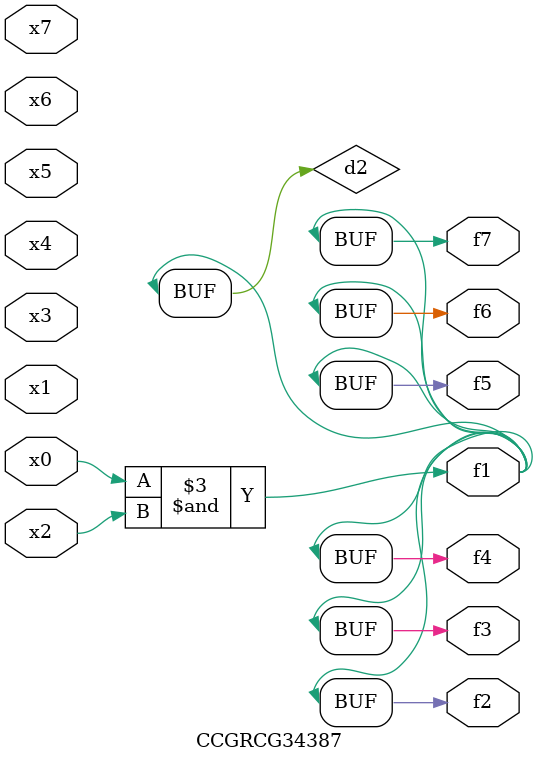
<source format=v>
module CCGRCG34387(
	input x0, x1, x2, x3, x4, x5, x6, x7,
	output f1, f2, f3, f4, f5, f6, f7
);

	wire d1, d2;

	nor (d1, x3, x6);
	and (d2, x0, x2);
	assign f1 = d2;
	assign f2 = d2;
	assign f3 = d2;
	assign f4 = d2;
	assign f5 = d2;
	assign f6 = d2;
	assign f7 = d2;
endmodule

</source>
